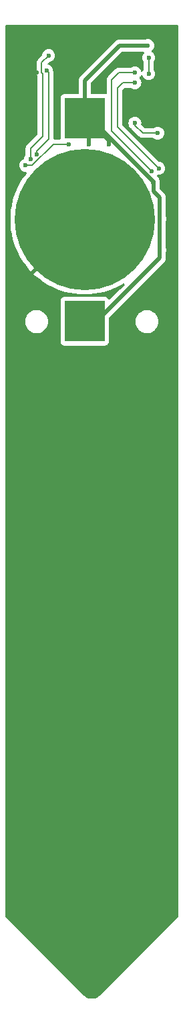
<source format=gbl>
G04 #@! TF.GenerationSoftware,KiCad,Pcbnew,7.0.9*
G04 #@! TF.CreationDate,2023-12-15T13:17:30+01:00*
G04 #@! TF.ProjectId,parasite,70617261-7369-4746-952e-6b696361645f,2.0.0*
G04 #@! TF.SameCoordinates,Original*
G04 #@! TF.FileFunction,Copper,L2,Bot*
G04 #@! TF.FilePolarity,Positive*
%FSLAX46Y46*%
G04 Gerber Fmt 4.6, Leading zero omitted, Abs format (unit mm)*
G04 Created by KiCad (PCBNEW 7.0.9) date 2023-12-15 13:17:30*
%MOMM*%
%LPD*%
G01*
G04 APERTURE LIST*
G04 #@! TA.AperFunction,SMDPad,CuDef*
%ADD10R,5.100000X5.100000*%
G04 #@! TD*
G04 #@! TA.AperFunction,SMDPad,CuDef*
%ADD11C,17.800000*%
G04 #@! TD*
G04 #@! TA.AperFunction,ViaPad*
%ADD12C,0.600000*%
G04 #@! TD*
G04 #@! TA.AperFunction,Conductor*
%ADD13C,0.200000*%
G04 #@! TD*
G04 #@! TA.AperFunction,Conductor*
%ADD14C,0.500000*%
G04 #@! TD*
G04 APERTURE END LIST*
D10*
X67100000Y-42355000D03*
X67100000Y-67955000D03*
D11*
X67100000Y-55155000D03*
D12*
X60999000Y-36613000D03*
X74969000Y-63918000D03*
X75731000Y-63918000D03*
X60618000Y-64172000D03*
X58078000Y-42201000D03*
X77255000Y-63918000D03*
X64682000Y-32168000D03*
X62269000Y-51472000D03*
X58078000Y-43979000D03*
X70397000Y-51726000D03*
X59983000Y-36613000D03*
X69254000Y-38899000D03*
X76493000Y-63918000D03*
X58078000Y-41312000D03*
X59856000Y-64172000D03*
X70397000Y-48678000D03*
X61380000Y-64172000D03*
X67857000Y-32168000D03*
X68873000Y-32168000D03*
X66714000Y-32168000D03*
X70397000Y-50202000D03*
X65698000Y-32168000D03*
X69254000Y-37375000D03*
X62142000Y-64172000D03*
X70397000Y-49440000D03*
X69762000Y-32168000D03*
X70397000Y-50964000D03*
X58078000Y-43090000D03*
X69254000Y-38137000D03*
X60237000Y-47535000D03*
X62523000Y-34454000D03*
X67603000Y-45630000D03*
X75800000Y-50400000D03*
X75096000Y-33184000D03*
X67603000Y-44995000D03*
X76620000Y-58965000D03*
X70148000Y-44995000D03*
X70143000Y-45630000D03*
X76620000Y-55000000D03*
X65063000Y-45630000D03*
X59602000Y-48297000D03*
X60999000Y-46900000D03*
X62269000Y-36359000D03*
X75604000Y-49059000D03*
X73468000Y-36622550D03*
X73468000Y-37892550D03*
X76493000Y-48678000D03*
X73468000Y-42972550D03*
X76366000Y-44233000D03*
X75223000Y-36740000D03*
X75223000Y-34708000D03*
D13*
X61634000Y-36613000D02*
X61634000Y-35343000D01*
X61761000Y-44614000D02*
X61761000Y-36740000D01*
X60237000Y-46138000D02*
X61761000Y-44614000D01*
X61634000Y-35343000D02*
X62523000Y-34454000D01*
X61761000Y-36740000D02*
X61634000Y-36613000D01*
X60237000Y-47535000D02*
X60237000Y-46138000D01*
D14*
X76620000Y-52361000D02*
X76620000Y-53631000D01*
X67522206Y-42100000D02*
X70216603Y-44794397D01*
X70143000Y-45577550D02*
X70148000Y-45572550D01*
X76620000Y-59981000D02*
X76620000Y-58965000D01*
X70216603Y-44794397D02*
X75751206Y-50329000D01*
X70148000Y-45148000D02*
X67100000Y-42100000D01*
X72048000Y-64553000D02*
X76620000Y-59981000D01*
X67100000Y-42100000D02*
X67522206Y-42100000D01*
X71540000Y-33184000D02*
X75096000Y-33184000D01*
X67100000Y-42100000D02*
X67100000Y-37624000D01*
X75858000Y-50342000D02*
X75800000Y-50400000D01*
X67603000Y-44995000D02*
X67603000Y-42603000D01*
X76620000Y-53631000D02*
X76620000Y-58965000D01*
X68901000Y-67700000D02*
X72048000Y-64553000D01*
X75751206Y-50329000D02*
X75858000Y-50329000D01*
X67603000Y-45630000D02*
X67603000Y-44995000D01*
X75858000Y-50458000D02*
X75858000Y-51599000D01*
X70148000Y-45572550D02*
X70148000Y-45148000D01*
X67603000Y-42603000D02*
X67100000Y-42100000D01*
X75858000Y-50329000D02*
X75858000Y-50342000D01*
X75858000Y-51599000D02*
X76620000Y-52361000D01*
X67100000Y-37624000D02*
X71540000Y-33184000D01*
X75800000Y-50400000D02*
X75858000Y-50458000D01*
D13*
X63116838Y-45630000D02*
X65063000Y-45630000D01*
X60449838Y-48297000D02*
X63116838Y-45630000D01*
X59602000Y-48297000D02*
X60449838Y-48297000D01*
X60999000Y-46519000D02*
X62523000Y-44995000D01*
X60999000Y-46900000D02*
X60999000Y-46519000D01*
X62523000Y-36613000D02*
X62269000Y-36359000D01*
X62523000Y-44995000D02*
X62523000Y-36613000D01*
X70524000Y-37502000D02*
X71403450Y-36622550D01*
X71403450Y-36622550D02*
X73468000Y-36622550D01*
X75604000Y-49059000D02*
X70524000Y-43979000D01*
X70524000Y-43979000D02*
X70524000Y-37502000D01*
X71286000Y-43471000D02*
X71286000Y-38518000D01*
X71286000Y-38518000D02*
X71911450Y-37892550D01*
X76493000Y-48678000D02*
X71286000Y-43471000D01*
X71911450Y-37892550D02*
X73468000Y-37892550D01*
X74461000Y-44233000D02*
X76366000Y-44233000D01*
X73468000Y-43240000D02*
X74461000Y-44233000D01*
X73468000Y-42972550D02*
X73468000Y-43240000D01*
X75223000Y-36740000D02*
X75223000Y-34708000D01*
G04 #@! TA.AperFunction,Conductor*
G36*
X74609038Y-33962502D02*
G01*
X74655531Y-34016158D01*
X74665635Y-34086432D01*
X74636141Y-34151012D01*
X74630012Y-34157595D01*
X74586888Y-34200718D01*
X74586887Y-34200720D01*
X74489958Y-34354981D01*
X74489957Y-34354984D01*
X74489148Y-34357298D01*
X74429783Y-34526953D01*
X74409384Y-34708000D01*
X74429783Y-34889047D01*
X74429783Y-34889049D01*
X74429784Y-34889050D01*
X74489957Y-35061015D01*
X74489958Y-35061018D01*
X74586883Y-35215273D01*
X74587001Y-35215421D01*
X74587047Y-35215534D01*
X74590653Y-35221273D01*
X74589648Y-35221904D01*
X74613844Y-35281148D01*
X74614500Y-35293993D01*
X74614500Y-36154006D01*
X74594498Y-36222127D01*
X74587008Y-36232570D01*
X74586883Y-36232725D01*
X74489958Y-36386981D01*
X74489956Y-36386985D01*
X74484976Y-36401218D01*
X74443596Y-36458909D01*
X74377595Y-36485070D01*
X74307928Y-36471395D01*
X74256714Y-36422226D01*
X74247123Y-36401226D01*
X74201043Y-36269535D01*
X74104112Y-36115270D01*
X74104111Y-36115268D01*
X73975281Y-35986438D01*
X73975279Y-35986437D01*
X73821018Y-35889508D01*
X73821015Y-35889507D01*
X73649050Y-35829334D01*
X73649049Y-35829333D01*
X73649047Y-35829333D01*
X73468000Y-35808934D01*
X73286953Y-35829333D01*
X73286950Y-35829333D01*
X73286949Y-35829334D01*
X73114984Y-35889507D01*
X73114981Y-35889508D01*
X72960725Y-35986433D01*
X72960570Y-35986558D01*
X72960450Y-35986606D01*
X72954727Y-35990203D01*
X72954097Y-35989200D01*
X72894841Y-36013395D01*
X72882006Y-36014050D01*
X71447462Y-36014050D01*
X71439231Y-36013510D01*
X71403451Y-36008800D01*
X71403447Y-36008800D01*
X71365723Y-36013766D01*
X71365704Y-36013768D01*
X71288501Y-36023931D01*
X71263993Y-36027158D01*
X71261440Y-36027494D01*
X71244600Y-36029711D01*
X71244597Y-36029712D01*
X71096575Y-36091025D01*
X71096572Y-36091027D01*
X71002789Y-36162990D01*
X71002761Y-36163010D01*
X70969462Y-36188562D01*
X70947485Y-36217203D01*
X70942047Y-36223403D01*
X70124852Y-37040598D01*
X70118651Y-37046036D01*
X70090011Y-37068014D01*
X70064460Y-37101311D01*
X70064440Y-37101339D01*
X69992473Y-37195127D01*
X69949155Y-37299712D01*
X69931161Y-37343151D01*
X69925811Y-37383794D01*
X69915500Y-37462115D01*
X69915500Y-37462120D01*
X69915500Y-37462121D01*
X69910250Y-37501999D01*
X69910250Y-37502000D01*
X69914960Y-37537779D01*
X69915500Y-37546011D01*
X69915500Y-39180700D01*
X69895498Y-39248821D01*
X69841842Y-39295314D01*
X69771568Y-39305418D01*
X69760525Y-39303323D01*
X69759202Y-39303010D01*
X69698649Y-39296500D01*
X69698638Y-39296500D01*
X67984500Y-39296500D01*
X67916379Y-39276498D01*
X67869886Y-39222842D01*
X67858500Y-39170500D01*
X67858500Y-37990371D01*
X67878502Y-37922250D01*
X67895405Y-37901276D01*
X71817276Y-33979405D01*
X71879588Y-33945379D01*
X71906371Y-33942500D01*
X74540917Y-33942500D01*
X74609038Y-33962502D01*
G37*
G04 #@! TD.AperFunction*
G04 #@! TA.AperFunction,Conductor*
G36*
X78916621Y-30620002D02*
G01*
X78963114Y-30673658D01*
X78974500Y-30726000D01*
X78974500Y-142937245D01*
X78954498Y-143005366D01*
X78937595Y-143026340D01*
X68983726Y-152980208D01*
X68980092Y-152983567D01*
X68823804Y-153117049D01*
X68807809Y-153128670D01*
X68638915Y-153232169D01*
X68621298Y-153241146D01*
X68438297Y-153316947D01*
X68419493Y-153323057D01*
X68226884Y-153369298D01*
X68207356Y-153372391D01*
X68009886Y-153387932D01*
X67990114Y-153387932D01*
X67792643Y-153372391D01*
X67773115Y-153369298D01*
X67580506Y-153323057D01*
X67561702Y-153316947D01*
X67378701Y-153241146D01*
X67361084Y-153232169D01*
X67192190Y-153128670D01*
X67176195Y-153117049D01*
X67019902Y-152983563D01*
X67016281Y-152980216D01*
X62030568Y-147994503D01*
X57062405Y-143026340D01*
X57028379Y-142964028D01*
X57025500Y-142937245D01*
X57025500Y-68000000D01*
X59555352Y-68000000D01*
X59574292Y-68228575D01*
X59575056Y-68237788D01*
X59633625Y-68469072D01*
X59633628Y-68469079D01*
X59729469Y-68687575D01*
X59859969Y-68887321D01*
X60021561Y-69062857D01*
X60021565Y-69062861D01*
X60149690Y-69162585D01*
X60209852Y-69209411D01*
X60419692Y-69322970D01*
X60419693Y-69322970D01*
X60419694Y-69322971D01*
X60538176Y-69363645D01*
X60645360Y-69400442D01*
X60880702Y-69439714D01*
X60880706Y-69439714D01*
X61119294Y-69439714D01*
X61119298Y-69439714D01*
X61354640Y-69400442D01*
X61580308Y-69322970D01*
X61790148Y-69209411D01*
X61978433Y-69062862D01*
X62140030Y-68887321D01*
X62270530Y-68687576D01*
X62366373Y-68469076D01*
X62424945Y-68237781D01*
X62444648Y-68000000D01*
X62424945Y-67762219D01*
X62366373Y-67530924D01*
X62270530Y-67312424D01*
X62140030Y-67112678D01*
X61978438Y-66937142D01*
X61978434Y-66937138D01*
X61790148Y-66790589D01*
X61790147Y-66790588D01*
X61674960Y-66728253D01*
X61580308Y-66677030D01*
X61580306Y-66677029D01*
X61580305Y-66677028D01*
X61354644Y-66599559D01*
X61354637Y-66599557D01*
X61253917Y-66582750D01*
X61119298Y-66560286D01*
X60880702Y-66560286D01*
X60762925Y-66579939D01*
X60645362Y-66599557D01*
X60645355Y-66599559D01*
X60419694Y-66677028D01*
X60419692Y-66677030D01*
X60209852Y-66790588D01*
X60209851Y-66790589D01*
X60021565Y-66937138D01*
X60021561Y-66937142D01*
X59859969Y-67112678D01*
X59729469Y-67312424D01*
X59633628Y-67530920D01*
X59633625Y-67530927D01*
X59575056Y-67762211D01*
X59575055Y-67762217D01*
X59575055Y-67762219D01*
X59555352Y-68000000D01*
X57025500Y-68000000D01*
X57025500Y-55155000D01*
X57686960Y-55155000D01*
X57707114Y-55770637D01*
X57767491Y-56383653D01*
X57867831Y-56991402D01*
X58007703Y-57591278D01*
X58186507Y-58180717D01*
X58403486Y-58757216D01*
X58657702Y-59318283D01*
X58948070Y-59861523D01*
X58948070Y-59861524D01*
X59273344Y-60384607D01*
X59632131Y-60885293D01*
X60022906Y-61361453D01*
X60270250Y-61625539D01*
X67010905Y-54884885D01*
X67073217Y-54850859D01*
X67144032Y-54855924D01*
X67189095Y-54884885D01*
X67370114Y-55065904D01*
X67404140Y-55128216D01*
X67399075Y-55199031D01*
X67370114Y-55244094D01*
X60629459Y-61984748D01*
X60893547Y-62232094D01*
X61369707Y-62622869D01*
X61870393Y-62981656D01*
X62393476Y-63306930D01*
X62393477Y-63306930D01*
X62936717Y-63597298D01*
X63497784Y-63851514D01*
X64074283Y-64068493D01*
X64663722Y-64247297D01*
X65263598Y-64387169D01*
X65871347Y-64487509D01*
X66484363Y-64547886D01*
X67100000Y-64568040D01*
X67715637Y-64547886D01*
X68328653Y-64487509D01*
X68936402Y-64387169D01*
X69536278Y-64247297D01*
X70125717Y-64068493D01*
X70702216Y-63851514D01*
X71263283Y-63597298D01*
X71806523Y-63306930D01*
X71973486Y-63203105D01*
X72041897Y-63184118D01*
X72109712Y-63205131D01*
X72155402Y-63259472D01*
X72164460Y-63329888D01*
X72134010Y-63394023D01*
X72129119Y-63399199D01*
X71931021Y-63597298D01*
X71574349Y-63953970D01*
X71141150Y-64387169D01*
X70312500Y-65215818D01*
X70250188Y-65249844D01*
X70179372Y-65244779D01*
X70122537Y-65202232D01*
X70105351Y-65170761D01*
X70100889Y-65158796D01*
X70100886Y-65158792D01*
X70100886Y-65158791D01*
X70013261Y-65041738D01*
X69896207Y-64954112D01*
X69896202Y-64954110D01*
X69759204Y-64903011D01*
X69759196Y-64903009D01*
X69698649Y-64896500D01*
X69698638Y-64896500D01*
X64501362Y-64896500D01*
X64501350Y-64896500D01*
X64440803Y-64903009D01*
X64440795Y-64903011D01*
X64303797Y-64954110D01*
X64303792Y-64954112D01*
X64186738Y-65041738D01*
X64099112Y-65158792D01*
X64099110Y-65158797D01*
X64048011Y-65295795D01*
X64048009Y-65295803D01*
X64041500Y-65356350D01*
X64041500Y-70553649D01*
X64048009Y-70614196D01*
X64048011Y-70614204D01*
X64099110Y-70751202D01*
X64099112Y-70751207D01*
X64186738Y-70868261D01*
X64303792Y-70955887D01*
X64303794Y-70955888D01*
X64303796Y-70955889D01*
X64362875Y-70977924D01*
X64440795Y-71006988D01*
X64440803Y-71006990D01*
X64501350Y-71013499D01*
X64501355Y-71013499D01*
X64501362Y-71013500D01*
X64501368Y-71013500D01*
X69698632Y-71013500D01*
X69698638Y-71013500D01*
X69698645Y-71013499D01*
X69698649Y-71013499D01*
X69759196Y-71006990D01*
X69759199Y-71006989D01*
X69759201Y-71006989D01*
X69896204Y-70955889D01*
X70013261Y-70868261D01*
X70100889Y-70751204D01*
X70151989Y-70614201D01*
X70158500Y-70553638D01*
X70158500Y-68000000D01*
X73555352Y-68000000D01*
X73574292Y-68228575D01*
X73575056Y-68237788D01*
X73633625Y-68469072D01*
X73633628Y-68469079D01*
X73729469Y-68687575D01*
X73859969Y-68887321D01*
X74021561Y-69062857D01*
X74021565Y-69062861D01*
X74149690Y-69162585D01*
X74209852Y-69209411D01*
X74419692Y-69322970D01*
X74419693Y-69322970D01*
X74419694Y-69322971D01*
X74538176Y-69363645D01*
X74645360Y-69400442D01*
X74880702Y-69439714D01*
X74880706Y-69439714D01*
X75119294Y-69439714D01*
X75119298Y-69439714D01*
X75354640Y-69400442D01*
X75580308Y-69322970D01*
X75790148Y-69209411D01*
X75978433Y-69062862D01*
X76140030Y-68887321D01*
X76270530Y-68687576D01*
X76366373Y-68469076D01*
X76424945Y-68237781D01*
X76444648Y-68000000D01*
X76424945Y-67762219D01*
X76366373Y-67530924D01*
X76270530Y-67312424D01*
X76140030Y-67112678D01*
X75978438Y-66937142D01*
X75978434Y-66937138D01*
X75790148Y-66790589D01*
X75790147Y-66790588D01*
X75674960Y-66728253D01*
X75580308Y-66677030D01*
X75580306Y-66677029D01*
X75580305Y-66677028D01*
X75354644Y-66599559D01*
X75354637Y-66599557D01*
X75253917Y-66582750D01*
X75119298Y-66560286D01*
X74880702Y-66560286D01*
X74762925Y-66579939D01*
X74645362Y-66599557D01*
X74645355Y-66599559D01*
X74419694Y-66677028D01*
X74419692Y-66677030D01*
X74209852Y-66790588D01*
X74209851Y-66790589D01*
X74021565Y-66937138D01*
X74021561Y-66937142D01*
X73859969Y-67112678D01*
X73729469Y-67312424D01*
X73633628Y-67530920D01*
X73633625Y-67530927D01*
X73575056Y-67762211D01*
X73575055Y-67762217D01*
X73575055Y-67762219D01*
X73555352Y-68000000D01*
X70158500Y-68000000D01*
X70158500Y-67567371D01*
X70178502Y-67499250D01*
X70195405Y-67478276D01*
X72615580Y-65058101D01*
X73719711Y-63953970D01*
X77110778Y-60562901D01*
X77124617Y-60550941D01*
X77144058Y-60536469D01*
X77178001Y-60496015D01*
X77181700Y-60491979D01*
X77187580Y-60486101D01*
X77208136Y-60460103D01*
X77258032Y-60400640D01*
X77258035Y-60400637D01*
X77262066Y-60394508D01*
X77262122Y-60394545D01*
X77266171Y-60388190D01*
X77266113Y-60388154D01*
X77269964Y-60381910D01*
X77269964Y-60381909D01*
X77269967Y-60381906D01*
X77302775Y-60311546D01*
X77337609Y-60242188D01*
X77337609Y-60242185D01*
X77340120Y-60235289D01*
X77340183Y-60235312D01*
X77342657Y-60228196D01*
X77342593Y-60228175D01*
X77344902Y-60221206D01*
X77352560Y-60184119D01*
X77360600Y-60145177D01*
X77378500Y-60069656D01*
X77378500Y-60069655D01*
X77379352Y-60062368D01*
X77379418Y-60062375D01*
X77380184Y-60054877D01*
X77380118Y-60054872D01*
X77380756Y-60047565D01*
X77380758Y-60047558D01*
X77378500Y-59969954D01*
X77378500Y-59266669D01*
X77385571Y-59225054D01*
X77385572Y-59225052D01*
X77413217Y-59146047D01*
X77433616Y-58965000D01*
X77413217Y-58783953D01*
X77385569Y-58704940D01*
X77378500Y-58663329D01*
X77378500Y-55301669D01*
X77385571Y-55260054D01*
X77413217Y-55181047D01*
X77433616Y-55000000D01*
X77413217Y-54818953D01*
X77385569Y-54739940D01*
X77378500Y-54698329D01*
X77378500Y-52425441D01*
X77379830Y-52407182D01*
X77380940Y-52399600D01*
X77383341Y-52383211D01*
X77380875Y-52355027D01*
X77378740Y-52330614D01*
X77378500Y-52325121D01*
X77378500Y-52316819D01*
X77374652Y-52283905D01*
X77374652Y-52283904D01*
X77367887Y-52206574D01*
X77367885Y-52206570D01*
X77366403Y-52199388D01*
X77366469Y-52199374D01*
X77364837Y-52192012D01*
X77364772Y-52192028D01*
X77363080Y-52184890D01*
X77336526Y-52111934D01*
X77323509Y-52072651D01*
X77312114Y-52038262D01*
X77312109Y-52038255D01*
X77309012Y-52031611D01*
X77309074Y-52031581D01*
X77305788Y-52024795D01*
X77305728Y-52024826D01*
X77302433Y-52018265D01*
X77259766Y-51953394D01*
X77219031Y-51887351D01*
X77219030Y-51887349D01*
X77219027Y-51887346D01*
X77214478Y-51881592D01*
X77214531Y-51881549D01*
X77209766Y-51875700D01*
X77209715Y-51875744D01*
X77204998Y-51870122D01*
X77148518Y-51816837D01*
X76653405Y-51321723D01*
X76619379Y-51259411D01*
X76616500Y-51232628D01*
X76616500Y-50522435D01*
X76617831Y-50504172D01*
X76621340Y-50480216D01*
X76621341Y-50480211D01*
X76617777Y-50439476D01*
X76619152Y-50415962D01*
X76618118Y-50415872D01*
X76618756Y-50408564D01*
X76618758Y-50408558D01*
X76616969Y-50347098D01*
X76617048Y-50341649D01*
X76620372Y-50284597D01*
X76615712Y-50258175D01*
X76613852Y-50239966D01*
X76613601Y-50231321D01*
X76610027Y-50217982D01*
X76606585Y-50199996D01*
X76601079Y-50152889D01*
X76601079Y-50152887D01*
X76597221Y-50142290D01*
X76591538Y-50121076D01*
X76589582Y-50109979D01*
X76563930Y-50050512D01*
X76562587Y-50047133D01*
X76540435Y-49986268D01*
X76534234Y-49976841D01*
X76523812Y-49957509D01*
X76519352Y-49947168D01*
X76513279Y-49939011D01*
X76480690Y-49895234D01*
X76478588Y-49892232D01*
X76455203Y-49856678D01*
X76443001Y-49838126D01*
X76434795Y-49830384D01*
X76420198Y-49813981D01*
X76413469Y-49804942D01*
X76363870Y-49763324D01*
X76361137Y-49760891D01*
X76348125Y-49748615D01*
X76314029Y-49716447D01*
X76309763Y-49713984D01*
X76260770Y-49662601D01*
X76247335Y-49592887D01*
X76273722Y-49526976D01*
X76331554Y-49485795D01*
X76386866Y-49479657D01*
X76493000Y-49491616D01*
X76674047Y-49471217D01*
X76846015Y-49411043D01*
X77000281Y-49314111D01*
X77129111Y-49185281D01*
X77226043Y-49031015D01*
X77286217Y-48859047D01*
X77306616Y-48678000D01*
X77286217Y-48496953D01*
X77226043Y-48324985D01*
X77226041Y-48324982D01*
X77226041Y-48324981D01*
X77129112Y-48170720D01*
X77129111Y-48170718D01*
X77000281Y-48041888D01*
X77000279Y-48041887D01*
X76846018Y-47944958D01*
X76846015Y-47944957D01*
X76674050Y-47884784D01*
X76674049Y-47884783D01*
X76674047Y-47884783D01*
X76611122Y-47877692D01*
X76589701Y-47875279D01*
X76524248Y-47847774D01*
X76514715Y-47839166D01*
X71931405Y-43255856D01*
X71897379Y-43193544D01*
X71894500Y-43166761D01*
X71894500Y-42972550D01*
X72654384Y-42972550D01*
X72674783Y-43153597D01*
X72674783Y-43153599D01*
X72674784Y-43153600D01*
X72734957Y-43325565D01*
X72734958Y-43325568D01*
X72831887Y-43479829D01*
X72831888Y-43479831D01*
X72960714Y-43608657D01*
X72960716Y-43608658D01*
X72960719Y-43608661D01*
X72986301Y-43624735D01*
X73019226Y-43654717D01*
X73034012Y-43673987D01*
X73062651Y-43695962D01*
X73068844Y-43701393D01*
X73999605Y-44632154D01*
X74005037Y-44638348D01*
X74027014Y-44666988D01*
X74057205Y-44690154D01*
X74057216Y-44690163D01*
X74122527Y-44740279D01*
X74154124Y-44764524D01*
X74302149Y-44825838D01*
X74321543Y-44828391D01*
X74421115Y-44841500D01*
X74421120Y-44841500D01*
X74461000Y-44846750D01*
X74496781Y-44842040D01*
X74505012Y-44841500D01*
X75780006Y-44841500D01*
X75848127Y-44861502D01*
X75858570Y-44868992D01*
X75858725Y-44869116D01*
X76012981Y-44966041D01*
X76012982Y-44966041D01*
X76012985Y-44966043D01*
X76184953Y-45026217D01*
X76366000Y-45046616D01*
X76547047Y-45026217D01*
X76719015Y-44966043D01*
X76873281Y-44869111D01*
X77002111Y-44740281D01*
X77099043Y-44586015D01*
X77159217Y-44414047D01*
X77179616Y-44233000D01*
X77159217Y-44051953D01*
X77099043Y-43879985D01*
X77099041Y-43879982D01*
X77099041Y-43879981D01*
X77002112Y-43725720D01*
X77002111Y-43725718D01*
X76873281Y-43596888D01*
X76873279Y-43596887D01*
X76719018Y-43499958D01*
X76719015Y-43499957D01*
X76547050Y-43439784D01*
X76547049Y-43439783D01*
X76547047Y-43439783D01*
X76366000Y-43419384D01*
X76184953Y-43439783D01*
X76184950Y-43439783D01*
X76184949Y-43439784D01*
X76012984Y-43499957D01*
X76012981Y-43499958D01*
X75858725Y-43596883D01*
X75858570Y-43597008D01*
X75858450Y-43597056D01*
X75852727Y-43600653D01*
X75852097Y-43599650D01*
X75792841Y-43623845D01*
X75780006Y-43624500D01*
X74765239Y-43624500D01*
X74697118Y-43604498D01*
X74676144Y-43587595D01*
X74302192Y-43213643D01*
X74268166Y-43151331D01*
X74266079Y-43110443D01*
X74281616Y-42972550D01*
X74261217Y-42791503D01*
X74201043Y-42619535D01*
X74201041Y-42619532D01*
X74201041Y-42619531D01*
X74104112Y-42465270D01*
X74104111Y-42465268D01*
X73975281Y-42336438D01*
X73975279Y-42336437D01*
X73821018Y-42239508D01*
X73821015Y-42239507D01*
X73649050Y-42179334D01*
X73649049Y-42179333D01*
X73649047Y-42179333D01*
X73468000Y-42158934D01*
X73286953Y-42179333D01*
X73286950Y-42179333D01*
X73286949Y-42179334D01*
X73114984Y-42239507D01*
X73114981Y-42239508D01*
X72960720Y-42336437D01*
X72960718Y-42336438D01*
X72831888Y-42465268D01*
X72831887Y-42465270D01*
X72734958Y-42619531D01*
X72734957Y-42619534D01*
X72734957Y-42619535D01*
X72674783Y-42791503D01*
X72654384Y-42972550D01*
X71894500Y-42972550D01*
X71894500Y-38822239D01*
X71914502Y-38754118D01*
X71931405Y-38733144D01*
X72126594Y-38537955D01*
X72188906Y-38503929D01*
X72215689Y-38501050D01*
X72882006Y-38501050D01*
X72950127Y-38521052D01*
X72960570Y-38528542D01*
X72960725Y-38528666D01*
X73114981Y-38625591D01*
X73114982Y-38625591D01*
X73114985Y-38625593D01*
X73286953Y-38685767D01*
X73468000Y-38706166D01*
X73649047Y-38685767D01*
X73821015Y-38625593D01*
X73975281Y-38528661D01*
X74104111Y-38399831D01*
X74201043Y-38245565D01*
X74261217Y-38073597D01*
X74281616Y-37892550D01*
X74261217Y-37711503D01*
X74201043Y-37539535D01*
X74201041Y-37539532D01*
X74201041Y-37539531D01*
X74104112Y-37385270D01*
X74104111Y-37385268D01*
X74065488Y-37346646D01*
X74031462Y-37284335D01*
X74036526Y-37213519D01*
X74065488Y-37168454D01*
X74104111Y-37129831D01*
X74104112Y-37129829D01*
X74117218Y-37108971D01*
X74201043Y-36975565D01*
X74206022Y-36961334D01*
X74247397Y-36903644D01*
X74313397Y-36877480D01*
X74383065Y-36891151D01*
X74434282Y-36940317D01*
X74443880Y-36961334D01*
X74489957Y-37093015D01*
X74489958Y-37093018D01*
X74586887Y-37247279D01*
X74586888Y-37247281D01*
X74715718Y-37376111D01*
X74715720Y-37376112D01*
X74869981Y-37473041D01*
X74869982Y-37473041D01*
X74869985Y-37473043D01*
X75041953Y-37533217D01*
X75223000Y-37553616D01*
X75404047Y-37533217D01*
X75576015Y-37473043D01*
X75730281Y-37376111D01*
X75859111Y-37247281D01*
X75956043Y-37093015D01*
X76016217Y-36921047D01*
X76036616Y-36740000D01*
X76016217Y-36558953D01*
X75956043Y-36386985D01*
X75956041Y-36386982D01*
X75956041Y-36386981D01*
X75859116Y-36232725D01*
X75858992Y-36232570D01*
X75858943Y-36232450D01*
X75855347Y-36226727D01*
X75856349Y-36226097D01*
X75832155Y-36166841D01*
X75831500Y-36154006D01*
X75831500Y-35293993D01*
X75851502Y-35225872D01*
X75858999Y-35215421D01*
X75859104Y-35215287D01*
X75859111Y-35215281D01*
X75956043Y-35061015D01*
X76016217Y-34889047D01*
X76036616Y-34708000D01*
X76016217Y-34526953D01*
X75956043Y-34354985D01*
X75956041Y-34354982D01*
X75956041Y-34354981D01*
X75859112Y-34200720D01*
X75859111Y-34200718D01*
X75730281Y-34071888D01*
X75730279Y-34071887D01*
X75631447Y-34009786D01*
X75584409Y-33956607D01*
X75573589Y-33886440D01*
X75602422Y-33821562D01*
X75609376Y-33814015D01*
X75732111Y-33691281D01*
X75829043Y-33537015D01*
X75889217Y-33365047D01*
X75909616Y-33184000D01*
X75889217Y-33002953D01*
X75829043Y-32830985D01*
X75829041Y-32830982D01*
X75829041Y-32830981D01*
X75732112Y-32676720D01*
X75732111Y-32676718D01*
X75603281Y-32547888D01*
X75603279Y-32547887D01*
X75449018Y-32450958D01*
X75449015Y-32450957D01*
X75277050Y-32390784D01*
X75277049Y-32390783D01*
X75277047Y-32390783D01*
X75096000Y-32370384D01*
X74914953Y-32390783D01*
X74914950Y-32390783D01*
X74914949Y-32390784D01*
X74835945Y-32418429D01*
X74794330Y-32425500D01*
X71604441Y-32425500D01*
X71586181Y-32424170D01*
X71562211Y-32420659D01*
X71509615Y-32425260D01*
X71504122Y-32425500D01*
X71495818Y-32425500D01*
X71473876Y-32428064D01*
X71462905Y-32429347D01*
X71453732Y-32430149D01*
X71385577Y-32436112D01*
X71378386Y-32437597D01*
X71378372Y-32437532D01*
X71371014Y-32439163D01*
X71371030Y-32439228D01*
X71363889Y-32440920D01*
X71290944Y-32467469D01*
X71217260Y-32491885D01*
X71210613Y-32494986D01*
X71210585Y-32494926D01*
X71203801Y-32498210D01*
X71203831Y-32498269D01*
X71197268Y-32501565D01*
X71132400Y-32544228D01*
X71066347Y-32584971D01*
X71060592Y-32589522D01*
X71060551Y-32589470D01*
X71054704Y-32594233D01*
X71054746Y-32594283D01*
X71049128Y-32598996D01*
X70995836Y-32655482D01*
X66609225Y-37042092D01*
X66595376Y-37054062D01*
X66575943Y-37068530D01*
X66542007Y-37108971D01*
X66538300Y-37113017D01*
X66532421Y-37118897D01*
X66532412Y-37118907D01*
X66511863Y-37144896D01*
X66469716Y-37195127D01*
X66461965Y-37204364D01*
X66457935Y-37210491D01*
X66457880Y-37210455D01*
X66453825Y-37216820D01*
X66453882Y-37216855D01*
X66450028Y-37223101D01*
X66417220Y-37293458D01*
X66382391Y-37362812D01*
X66379882Y-37369707D01*
X66379820Y-37369684D01*
X66377343Y-37376810D01*
X66377404Y-37376831D01*
X66375097Y-37383790D01*
X66359392Y-37459849D01*
X66356265Y-37473043D01*
X66349403Y-37502000D01*
X66341500Y-37535345D01*
X66340648Y-37542634D01*
X66340581Y-37542626D01*
X66339814Y-37550126D01*
X66339881Y-37550132D01*
X66339241Y-37557442D01*
X66341500Y-37635079D01*
X66341500Y-39170500D01*
X66321498Y-39238621D01*
X66267842Y-39285114D01*
X66215500Y-39296500D01*
X64501350Y-39296500D01*
X64440803Y-39303009D01*
X64440795Y-39303011D01*
X64303797Y-39354110D01*
X64303792Y-39354112D01*
X64186738Y-39441738D01*
X64099112Y-39558792D01*
X64099110Y-39558797D01*
X64048011Y-39695795D01*
X64048009Y-39695803D01*
X64041500Y-39756350D01*
X64041500Y-44895500D01*
X64021498Y-44963621D01*
X63967842Y-45010114D01*
X63915500Y-45021500D01*
X63257500Y-45021500D01*
X63189379Y-45001498D01*
X63142886Y-44947842D01*
X63131500Y-44895500D01*
X63131500Y-36657010D01*
X63132040Y-36648778D01*
X63133383Y-36638566D01*
X63136750Y-36613000D01*
X63131500Y-36573122D01*
X63131500Y-36573115D01*
X63115838Y-36454150D01*
X63091735Y-36395962D01*
X63082937Y-36361853D01*
X63082616Y-36359000D01*
X63062217Y-36177953D01*
X63002043Y-36005985D01*
X63002041Y-36005982D01*
X63002041Y-36005981D01*
X62905112Y-35851720D01*
X62905111Y-35851718D01*
X62776281Y-35722888D01*
X62776279Y-35722887D01*
X62622018Y-35625958D01*
X62507251Y-35585799D01*
X62449560Y-35544420D01*
X62423397Y-35478420D01*
X62437071Y-35408753D01*
X62459769Y-35377778D01*
X62544717Y-35292830D01*
X62607027Y-35258806D01*
X62619692Y-35256721D01*
X62704047Y-35247217D01*
X62876015Y-35187043D01*
X63030281Y-35090111D01*
X63159111Y-34961281D01*
X63256043Y-34807015D01*
X63316217Y-34635047D01*
X63336616Y-34454000D01*
X63316217Y-34272953D01*
X63256043Y-34100985D01*
X63256041Y-34100982D01*
X63256041Y-34100981D01*
X63159112Y-33946720D01*
X63159111Y-33946718D01*
X63030281Y-33817888D01*
X63030279Y-33817887D01*
X62876018Y-33720958D01*
X62876015Y-33720957D01*
X62704050Y-33660784D01*
X62704049Y-33660783D01*
X62704047Y-33660783D01*
X62523000Y-33640384D01*
X62341953Y-33660783D01*
X62341950Y-33660783D01*
X62341949Y-33660784D01*
X62169984Y-33720957D01*
X62169981Y-33720958D01*
X62015720Y-33817887D01*
X62015718Y-33817888D01*
X61886888Y-33946718D01*
X61886887Y-33946720D01*
X61789958Y-34100981D01*
X61789957Y-34100984D01*
X61729783Y-34272950D01*
X61729782Y-34272957D01*
X61720278Y-34357298D01*
X61692774Y-34422750D01*
X61684166Y-34432283D01*
X61234852Y-34881598D01*
X61228651Y-34887036D01*
X61200011Y-34909014D01*
X61174460Y-34942311D01*
X61174440Y-34942339D01*
X61102332Y-35036312D01*
X61101685Y-35038031D01*
X61041161Y-35184149D01*
X61035669Y-35225872D01*
X61025500Y-35303115D01*
X61025500Y-35303120D01*
X61025285Y-35304755D01*
X61020250Y-35342999D01*
X61020250Y-35343000D01*
X61024960Y-35378779D01*
X61025500Y-35387011D01*
X61025500Y-36568988D01*
X61024960Y-36577219D01*
X61020250Y-36612998D01*
X61020250Y-36613000D01*
X61025206Y-36650646D01*
X61025207Y-36650664D01*
X61027394Y-36667269D01*
X61041161Y-36771849D01*
X61054312Y-36803597D01*
X61102476Y-36919876D01*
X61126462Y-36951135D01*
X61152063Y-37017354D01*
X61152500Y-37027839D01*
X61152500Y-44309760D01*
X61132498Y-44377881D01*
X61115595Y-44398855D01*
X59837852Y-45676598D01*
X59831651Y-45682036D01*
X59803011Y-45704014D01*
X59777460Y-45737311D01*
X59777440Y-45737339D01*
X59705473Y-45831127D01*
X59646521Y-45973456D01*
X59644161Y-45979151D01*
X59635960Y-46041449D01*
X59628500Y-46098115D01*
X59628500Y-46098120D01*
X59628500Y-46098121D01*
X59623250Y-46137999D01*
X59623250Y-46138000D01*
X59627960Y-46173779D01*
X59628500Y-46182011D01*
X59628500Y-46949006D01*
X59608498Y-47017127D01*
X59601008Y-47027570D01*
X59600883Y-47027725D01*
X59503958Y-47181981D01*
X59503957Y-47181984D01*
X59443783Y-47353950D01*
X59443782Y-47353957D01*
X59436008Y-47422945D01*
X59408504Y-47488397D01*
X59352417Y-47527764D01*
X59248982Y-47563958D01*
X59248981Y-47563958D01*
X59094720Y-47660887D01*
X59094718Y-47660888D01*
X58965888Y-47789718D01*
X58965887Y-47789720D01*
X58868958Y-47943981D01*
X58868957Y-47943984D01*
X58834700Y-48041887D01*
X58808783Y-48115953D01*
X58788384Y-48297000D01*
X58808783Y-48478047D01*
X58808783Y-48478049D01*
X58808784Y-48478050D01*
X58868957Y-48650015D01*
X58868958Y-48650018D01*
X58965887Y-48804279D01*
X58965888Y-48804281D01*
X59094718Y-48933111D01*
X59094720Y-48933112D01*
X59248981Y-49030041D01*
X59248982Y-49030041D01*
X59248985Y-49030043D01*
X59420953Y-49090217D01*
X59602000Y-49110616D01*
X59610850Y-49109618D01*
X59680779Y-49121863D01*
X59732990Y-49169972D01*
X59750903Y-49238672D01*
X59728831Y-49306150D01*
X59722362Y-49314758D01*
X59632131Y-49424706D01*
X59632131Y-49424707D01*
X59273344Y-49925393D01*
X58948070Y-50448476D01*
X58948070Y-50448477D01*
X58657702Y-50991717D01*
X58403486Y-51552784D01*
X58186507Y-52129283D01*
X58007703Y-52718722D01*
X57867831Y-53318598D01*
X57767491Y-53926347D01*
X57707114Y-54539363D01*
X57686960Y-55155000D01*
X57025500Y-55155000D01*
X57025500Y-30726000D01*
X57045502Y-30657879D01*
X57099158Y-30611386D01*
X57151500Y-30600000D01*
X78848500Y-30600000D01*
X78916621Y-30620002D01*
G37*
G04 #@! TD.AperFunction*
M02*

</source>
